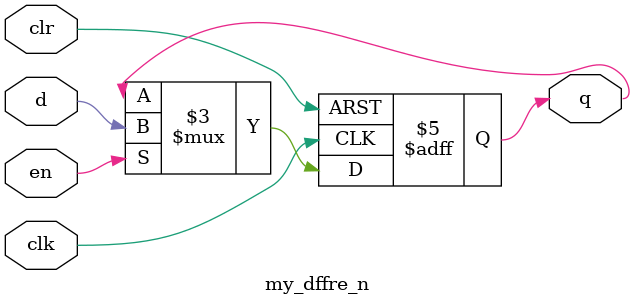
<source format=v>
module my_dffre_n (
    input d,
    clk,
    clr,
    en,
    output reg q
);
  always @(posedge clk or negedge clr)
    if (!clr) q <= 1'b0;
    else if (en) q <= d;
endmodule
</source>
